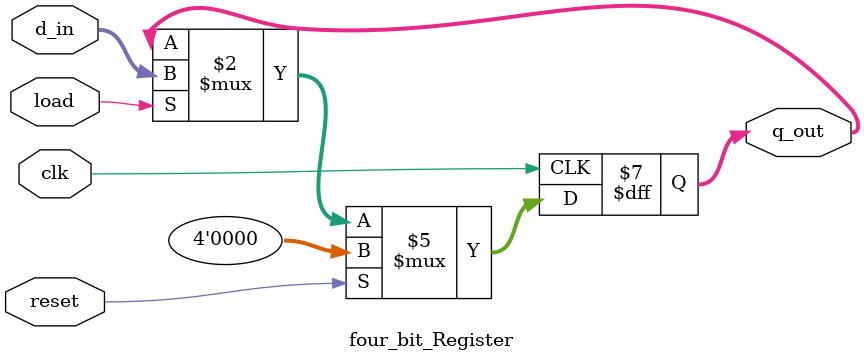
<source format=v>
module four_bit_Register(
    input wire [3:0] d_in,
    input wire clk,
    input wire load,
    input wire reset,
    output reg [3:0] q_out

);

always @(posedge clk ) begin

    if(reset) begin
        q_out<=4'd0;
    end
    else if (load) begin 
       
       q_out<=d_in;
       
    end

    
end

endmodule
</source>
